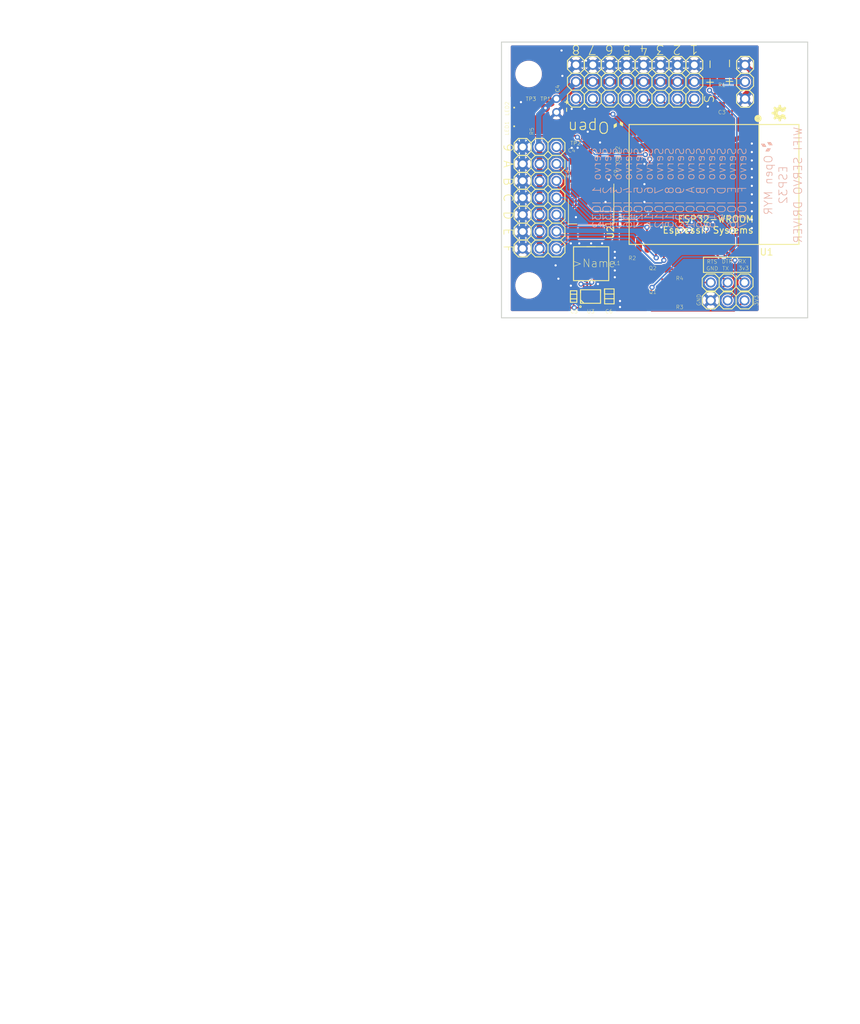
<source format=kicad_pcb>
(kicad_pcb (version 20171130) (host pcbnew "(5.0.0)")
  (layers (0 Top signal) (31 Bottom signal) (34 B.Paste user) (35 F.Paste user) (36 B.SilkS user) (37 F.SilkS user) (38 B.Mask user) (39 F.Mask user) (44 Edge.Cuts user))
  (net 0 "")
  (net 1 GND)
  (net 2 +3V3)
  (net 3 /RESET)
  (net 4 /GPIO0)
  (net 5 /TXD)
  (net 6 /RXD)
  (net 7 /GPIO23)
  (net 8 /GPIO22)
  (net 9 /GPIO21)
  (net 10 /GPIO19)
  (net 11 "Net-(LED1-PadC)")
  (net 12 +6V)
  (net 13 /GPIO18)
  (net 14 /GPIO5)
  (net 15 /GPIO17)
  (net 16 /GPIO16)
  (net 17 /GPIO4)
  (net 18 /GPIO2)
  (net 19 /GPIO15)
  (net 20 /GPIO12)
  (net 21 /GPIO14)
  (net 22 /GPIO27)
  (net 23 /GPIO26)
  (net 24 /GPIO25)
  (net 25 /GPIO33)
  (net 26 /GPIO32)
  (net 27 /ADC)
  (net 28 /GPIO13)
  (net 29 /RTS)
  (net 30 "Net-(Q2-Pad1)")
  (net 31 /DTR)
  (net 32 "Net-(Q1-Pad1)")
  (net 33 "Net-(L1-Pad1)")
  (net 34 "Net-(U1-Pad32)")
  (net 35 "Net-(U1-Pad22)")
  (net 36 "Net-(U1-Pad21)")
  (net 37 "Net-(U1-Pad20)")
  (net 38 "Net-(U1-Pad19)")
  (net 39 "Net-(U1-Pad18)")
  (net 40 "Net-(U1-Pad17)")
  (net 41 "Net-(U1-Pad7)")
  (net 42 "Net-(U1-Pad6)")
  (net 43 "Net-(U1-Pad5)")
  (module ESP32.24:SDR0503 (layer Top) (at 105.664 78.994)
    (fp_text reference L1 (at 3.336 0.256 180) (layer F.SilkS) (effects (font (size 0.57912 0.57912) (thickness 0.046329)) (justify left bottom)))
    (fp_text value SDR0503-100ML hide)
    (fp_text user >Name (at -2.8702 0.635) (layer F.SilkS) (effects (font (size 1.2065 1.2065) (thickness 0.0762)) (justify left bottom)))
    (pad 2 smd rect (at 1.8542 0) (size 1.8034 5.0038) (layers Top F.Paste F.Mask) (net 2 +3V3))
    (pad 1 smd rect (at -1.8542 0) (size 1.8034 5.0038) (layers Top F.Paste F.Mask) (net 33 "Net-(L1-Pad1)"))
  )
  (module ESP32-footprints-Lib:ESP32-WROOM (layer Top) (at 124.116 67.102 90)
    (fp_text reference U1 (at -10.148 7.884 180) (layer F.SilkS))
    (fp_text value ESP32-WROOM)
    (fp_text user ESP32-WROOM (at -5.207 0.254 180) (layer F.SilkS))
    (fp_text user "Espressif Systems" (at -6.858 -0.889 180) (layer F.SilkS))
    (pad 39 smd rect (at 0.3 -2.45 90) (size 6 6) (layers Top F.Paste F.Mask) (net 1 GND))
    (pad 1 smd oval (at 9 5.25 90) (size 2.5 0.9) (layers Top F.Paste F.Mask) (net 1 GND))
    (pad 2 smd oval (at 9 3.98 90) (size 2.5 0.9) (layers Top F.Paste F.Mask) (net 2 +3V3))
    (pad 3 smd oval (at 9 2.71 90) (size 2.5 0.9) (layers Top F.Paste F.Mask) (net 3 /RESET))
    (pad 4 smd oval (at 9 1.44 90) (size 2.5 0.9) (layers Top F.Paste F.Mask) (net 27 /ADC))
    (pad 5 smd oval (at 9 0.17 90) (size 2.5 0.9) (layers Top F.Paste F.Mask) (net 43 "Net-(U1-Pad5)"))
    (pad 6 smd oval (at 9 -1.1 90) (size 2.5 0.9) (layers Top F.Paste F.Mask) (net 42 "Net-(U1-Pad6)"))
    (pad 7 smd oval (at 9 -2.37 90) (size 2.5 0.9) (layers Top F.Paste F.Mask) (net 41 "Net-(U1-Pad7)"))
    (pad 8 smd oval (at 9 -3.64 90) (size 2.5 0.9) (layers Top F.Paste F.Mask) (net 26 /GPIO32))
    (pad 9 smd oval (at 9 -4.91 90) (size 2.5 0.9) (layers Top F.Paste F.Mask) (net 25 /GPIO33))
    (pad 10 smd oval (at 9 -6.18 90) (size 2.5 0.9) (layers Top F.Paste F.Mask) (net 24 /GPIO25))
    (pad 11 smd oval (at 9 -7.45 90) (size 2.5 0.9) (layers Top F.Paste F.Mask) (net 23 /GPIO26))
    (pad 12 smd oval (at 9 -8.72 90) (size 2.5 0.9) (layers Top F.Paste F.Mask) (net 22 /GPIO27))
    (pad 13 smd oval (at 9 -9.99 90) (size 2.5 0.9) (layers Top F.Paste F.Mask) (net 21 /GPIO14))
    (pad 14 smd oval (at 9 -11.26 90) (size 2.5 0.9) (layers Top F.Paste F.Mask) (net 20 /GPIO12))
    (pad 15 smd oval (at 5.715 -12.75 90) (size 0.9 2.5) (layers Top F.Paste F.Mask) (net 1 GND))
    (pad 16 smd oval (at 4.445 -12.75 90) (size 0.9 2.5) (layers Top F.Paste F.Mask) (net 28 /GPIO13))
    (pad 17 smd oval (at 3.175 -12.75 90) (size 0.9 2.5) (layers Top F.Paste F.Mask) (net 40 "Net-(U1-Pad17)"))
    (pad 18 smd oval (at 1.905 -12.75 90) (size 0.9 2.5) (layers Top F.Paste F.Mask) (net 39 "Net-(U1-Pad18)"))
    (pad 19 smd oval (at 0.635 -12.75 90) (size 0.9 2.5) (layers Top F.Paste F.Mask) (net 38 "Net-(U1-Pad19)"))
    (pad 20 smd oval (at -0.635 -12.75 90) (size 0.9 2.5) (layers Top F.Paste F.Mask) (net 37 "Net-(U1-Pad20)"))
    (pad 21 smd oval (at -1.905 -12.75 90) (size 0.9 2.5) (layers Top F.Paste F.Mask) (net 36 "Net-(U1-Pad21)"))
    (pad 22 smd oval (at -3.175 -12.75 90) (size 0.9 2.5) (layers Top F.Paste F.Mask) (net 35 "Net-(U1-Pad22)"))
    (pad 23 smd oval (at -4.445 -12.75 90) (size 0.9 2.5) (layers Top F.Paste F.Mask) (net 19 /GPIO15))
    (pad 24 smd oval (at -5.715 -12.75 90) (size 0.9 2.5) (layers Top F.Paste F.Mask) (net 18 /GPIO2))
    (pad 25 smd oval (at -9 -11.26 90) (size 2.5 0.9) (layers Top F.Paste F.Mask) (net 4 /GPIO0))
    (pad 26 smd oval (at -9 -9.99 90) (size 2.5 0.9) (layers Top F.Paste F.Mask) (net 17 /GPIO4))
    (pad 27 smd oval (at -9 -8.72 90) (size 2.5 0.9) (layers Top F.Paste F.Mask) (net 16 /GPIO16))
    (pad 28 smd oval (at -9 -7.45 90) (size 2.5 0.9) (layers Top F.Paste F.Mask) (net 15 /GPIO17))
    (pad 29 smd oval (at -9 -6.18 90) (size 2.5 0.9) (layers Top F.Paste F.Mask) (net 14 /GPIO5))
    (pad 30 smd oval (at -9 -4.91 90) (size 2.5 0.9) (layers Top F.Paste F.Mask) (net 13 /GPIO18))
    (pad 31 smd oval (at -9 -3.64 90) (size 2.5 0.9) (layers Top F.Paste F.Mask) (net 10 /GPIO19))
    (pad 32 smd oval (at -9 -2.37 90) (size 2.5 0.9) (layers Top F.Paste F.Mask) (net 34 "Net-(U1-Pad32)"))
    (pad 33 smd oval (at -9 -1.1 90) (size 2.5 0.9) (layers Top F.Paste F.Mask) (net 9 /GPIO21))
    (pad 34 smd oval (at -9 0.17 90) (size 2.5 0.9) (layers Top F.Paste F.Mask) (net 6 /RXD))
    (pad 35 smd oval (at -9 1.44 90) (size 2.5 0.9) (layers Top F.Paste F.Mask) (net 5 /TXD))
    (pad 36 smd oval (at -9 2.71 90) (size 2.5 0.9) (layers Top F.Paste F.Mask) (net 8 /GPIO22))
    (pad 37 smd oval (at -9 3.98 90) (size 2.5 0.9) (layers Top F.Paste F.Mask) (net 7 /GPIO23))
    (pad 38 smd oval (at -9 5.25 90) (size 2.5 0.9) (layers Top F.Paste F.Mask) (net 1 GND))
  )
  (module Mounting_Holes:MountingHole_3.7mm (layer Top) (at 134.38 82.26)
    (fp_text reference H2 hide)
    (fp_text value MOUNT-HOLE3.6)
    (pad 1 np_thru_hole circle (at 0 0) (size 3.7 3.7) (drill 3.7) (layers *.Cu *.Mask))
  )
  (module Mounting_Holes:MountingHole_3.7mm (layer Top) (at 96.28 50.51)
    (fp_text reference H3 hide)
    (fp_text value MOUNT-HOLE3.6)
    (pad 1 np_thru_hole circle (at 0 0) (size 3.7 3.7) (drill 3.7) (layers *.Cu *.Mask))
  )
  (module Mounting_Holes:MountingHole_3.7mm (layer Top) (at 96.28 82.26)
    (fp_text reference H1 hide)
    (fp_text value MOUNT-HOLE3.6)
    (pad 1 np_thru_hole circle (at 0 0) (size 3.7 3.7) (drill 3.7) (layers *.Cu *.Mask))
  )
  (module Mounting_Holes:MountingHole_3.7mm (layer Top) (at 134.38 50.51)
    (fp_text reference H4 hide)
    (fp_text value MOUNT-HOLE3.6)
    (pad 1 np_thru_hole circle (at 0 0) (size 3.7 3.7) (drill 3.7) (layers *.Cu *.Mask))
  )
  (module ESP32.24:FIDUCIAL_1MM (layer Top) (at 100.5 84.75)
    (fp_text reference U$10 hide)
    (fp_text value FIDUCIAL hide)
    (pad 1 smd roundrect (at 0 0) (size 1 1) (layers Top F.Mask) (roundrect_rratio 0.5))
  )
  (module ESP32.24:FIDUCIAL_1MM (layer Top) (at 125 47.5)
    (fp_text reference U$6 hide)
    (fp_text value FIDUCIAL hide)
    (pad 1 smd roundrect (at 0 0) (size 1 1) (layers Top F.Mask) (roundrect_rratio 0.5))
  )
  (module ESP32.24:FIDUCIAL_1MM (layer Top) (at 100.75 48.25)
    (fp_text reference U$1 hide)
    (fp_text value FIDUCIAL hide)
    (pad 1 smd roundrect (at 0 0) (size 1 1) (layers Top F.Mask) (roundrect_rratio 0.5))
  )
  (module ESP32.24:R0603 (layer Top) (at 119.888 84.328 180)
    (fp_text reference R3 (at 1.524 -1.524) (layer F.SilkS) (effects (font (size 0.57912 0.57912) (thickness 0.046329)) (justify left bottom)))
    (fp_text value 10k hide)
    (pad 2 smd rect (at 0.85 0 180) (size 1 1.1) (layers Top F.Paste F.Mask) (net 32 "Net-(Q1-Pad1)"))
    (pad 1 smd rect (at -0.85 0 180) (size 1 1.1) (layers Top F.Paste F.Mask) (net 31 /DTR))
  )
  (module ESP32.24:SOT23 (layer Top) (at 115.824 80.772 90)
    (fp_text reference Q2 (at 0.762 -1.524 180) (layer F.SilkS) (effects (font (size 0.57912 0.57912) (thickness 0.046329)) (justify left bottom)))
    (fp_text value MMBT3904)
    (pad 1 smd rect (at -0.95 1.1 90) (size 1 1.4) (layers Top F.Paste F.Mask) (net 30 "Net-(Q2-Pad1)"))
    (pad 2 smd rect (at 0.95 1.1 90) (size 1 1.4) (layers Top F.Paste F.Mask) (net 31 /DTR))
    (pad 3 smd rect (at 0 -1.1 90) (size 1 1.4) (layers Top F.Paste F.Mask) (net 4 /GPIO0))
  )
  (module ESP32.24:SOT23 (layer Top) (at 115.824 84.328 90)
    (fp_text reference Q1 (at 0.762 -1.524 180) (layer F.SilkS) (effects (font (size 0.57912 0.57912) (thickness 0.046329)) (justify left bottom)))
    (fp_text value MMBT3904)
    (pad 1 smd rect (at -0.95 1.1 90) (size 1 1.4) (layers Top F.Paste F.Mask) (net 32 "Net-(Q1-Pad1)"))
    (pad 2 smd rect (at 0.95 1.1 90) (size 1 1.4) (layers Top F.Paste F.Mask) (net 29 /RTS))
    (pad 3 smd rect (at 0 -1.1 90) (size 1 1.4) (layers Top F.Paste F.Mask) (net 3 /RESET))
  )
  (module ESP32.24:R0603 (layer Top) (at 119.888 82.296 180)
    (fp_text reference R4 (at 1.524 0.762) (layer F.SilkS) (effects (font (size 0.57912 0.57912) (thickness 0.046329)) (justify left bottom)))
    (fp_text value 10k hide)
    (pad 2 smd rect (at 0.85 0 180) (size 1 1.1) (layers Top F.Paste F.Mask) (net 30 "Net-(Q2-Pad1)"))
    (pad 1 smd rect (at -0.85 0 180) (size 1 1.1) (layers Top F.Paste F.Mask) (net 29 /RTS))
  )
  (module ESP32.24:0603 (layer Top) (at 103.0351 83.9216 270)
    (fp_text reference C5 (at 2.5784 0.5351) (layer F.SilkS) (effects (font (size 0.57912 0.57912) (thickness 0.046329)) (justify left bottom)))
    (fp_text value GRM188R61C225KE15D hide)
    (pad 2 smd rect (at 0.6985 0 270) (size 0.6604 0.9652) (layers Top F.Paste F.Mask) (net 12 +6V))
    (pad 1 smd rect (at -0.6985 0 270) (size 0.6604 0.9652) (layers Top F.Paste F.Mask) (net 1 GND))
  )
  (module ESP32.24:0805 (layer Top) (at 108.4 83.9 90)
    (fp_text reference C6 (at -2.6 -0.65) (layer F.SilkS) (effects (font (size 0.57912 0.57912) (thickness 0.046329)) (justify left bottom)))
    (fp_text value GRM21BR60J226ME39L hide)
    (pad 2 smd rect (at 0.9017 0 90) (size 1.1176 1.4478) (layers Top F.Paste F.Mask) (net 2 +3V3))
    (pad 1 smd rect (at -0.9017 0 90) (size 1.1176 1.4478) (layers Top F.Paste F.Mask) (net 1 GND))
  )
  (module ESP32.24:1X03 (layer Top) (at 126.161799 84.505799 180)
    (fp_text reference J1 hide)
    (fp_text value Conn_01x03_Male)
    (pad 3 thru_hole circle (at 2.54 0 270) (size 1.524 1.524) (drill 1.016) (layers *.Cu *.Mask) (net 1 GND))
    (pad 2 thru_hole circle (at 0 0 270) (size 1.524 1.524) (drill 1.016) (layers *.Cu *.Mask) (net 5 /TXD))
    (pad 1 thru_hole circle (at -2.54 0 270) (size 1.524 1.524) (drill 1.016) (layers *.Cu *.Mask) (net 2 +3V3))
  )
  (module ESP32.24:1X03 (layer Top) (at 113.538 51.689 90)
    (fp_text reference J7 hide)
    (fp_text value Conn_01x03_Male)
    (pad 3 thru_hole circle (at 2.54 0 180) (size 1.524 1.524) (drill 1.016) (layers *.Cu *.Mask) (net 1 GND))
    (pad 2 thru_hole circle (at 0 0 180) (size 1.524 1.524) (drill 1.016) (layers *.Cu *.Mask) (net 12 +6V))
    (pad 1 thru_hole circle (at -2.54 0 180) (size 1.524 1.524) (drill 1.016) (layers *.Cu *.Mask) (net 23 /GPIO26))
  )
  (module ESP32.24:1X03 (layer Top) (at 110.998 51.689 90)
    (fp_text reference J8 hide)
    (fp_text value Conn_01x03_Male)
    (pad 3 thru_hole circle (at 2.54 0 180) (size 1.524 1.524) (drill 1.016) (layers *.Cu *.Mask) (net 1 GND))
    (pad 2 thru_hole circle (at 0 0 180) (size 1.524 1.524) (drill 1.016) (layers *.Cu *.Mask) (net 12 +6V))
    (pad 1 thru_hole circle (at -2.54 0 180) (size 1.524 1.524) (drill 1.016) (layers *.Cu *.Mask) (net 22 /GPIO27))
  )
  (module ESP32.24:1X03 (layer Top) (at 108.460075 51.675475 90)
    (fp_text reference J9 hide)
    (fp_text value Conn_01x03_Male)
    (pad 3 thru_hole circle (at 2.54 0 180) (size 1.524 1.524) (drill 1.016) (layers *.Cu *.Mask) (net 1 GND))
    (pad 2 thru_hole circle (at 0 0 180) (size 1.524 1.524) (drill 1.016) (layers *.Cu *.Mask) (net 12 +6V))
    (pad 1 thru_hole circle (at -2.54 0 180) (size 1.524 1.524) (drill 1.016) (layers *.Cu *.Mask) (net 21 /GPIO14))
  )
  (module ESP32.24:1X03 (layer Top) (at 97.917 76.708 180)
    (fp_text reference J18 hide)
    (fp_text value Conn_01x03_Male)
    (pad 3 thru_hole circle (at 2.54 0 270) (size 1.524 1.524) (drill 1.016) (layers *.Cu *.Mask) (net 1 GND))
    (pad 2 thru_hole circle (at 0 0 270) (size 1.524 1.524) (drill 1.016) (layers *.Cu *.Mask) (net 12 +6V))
    (pad 1 thru_hole circle (at -2.54 0 270) (size 1.524 1.524) (drill 1.016) (layers *.Cu *.Mask) (net 15 /GPIO17))
  )
  (module ESP32.24:1X03 (layer Top) (at 97.917 74.168 180)
    (fp_text reference J17 hide)
    (fp_text value Conn_01x03_Male)
    (pad 3 thru_hole circle (at 2.54 0 270) (size 1.524 1.524) (drill 1.016) (layers *.Cu *.Mask) (net 1 GND))
    (pad 2 thru_hole circle (at 0 0 270) (size 1.524 1.524) (drill 1.016) (layers *.Cu *.Mask) (net 12 +6V))
    (pad 1 thru_hole circle (at -2.54 0 270) (size 1.524 1.524) (drill 1.016) (layers *.Cu *.Mask) (net 16 /GPIO16))
  )
  (module ESP32.24:1X03 (layer Top) (at 97.917 71.628 180)
    (fp_text reference J16 hide)
    (fp_text value Conn_01x03_Male)
    (pad 3 thru_hole circle (at 2.54 0 270) (size 1.524 1.524) (drill 1.016) (layers *.Cu *.Mask) (net 1 GND))
    (pad 2 thru_hole circle (at 0 0 270) (size 1.524 1.524) (drill 1.016) (layers *.Cu *.Mask) (net 12 +6V))
    (pad 1 thru_hole circle (at -2.54 0 270) (size 1.524 1.524) (drill 1.016) (layers *.Cu *.Mask) (net 17 /GPIO4))
  )
  (module ESP32.24:1X03 (layer Top) (at 116.078 51.689 90)
    (fp_text reference J6 hide)
    (fp_text value Conn_01x03_Male)
    (pad 3 thru_hole circle (at 2.54 0 180) (size 1.524 1.524) (drill 1.016) (layers *.Cu *.Mask) (net 1 GND))
    (pad 2 thru_hole circle (at 0 0 180) (size 1.524 1.524) (drill 1.016) (layers *.Cu *.Mask) (net 12 +6V))
    (pad 1 thru_hole circle (at -2.54 0 180) (size 1.524 1.524) (drill 1.016) (layers *.Cu *.Mask) (net 24 /GPIO25))
  )
  (module ESP32.24:1X03 (layer Top) (at 97.917 64.008 180)
    (fp_text reference J13 hide)
    (fp_text value Conn_01x03_Male)
    (pad 3 thru_hole circle (at 2.54 0 270) (size 1.524 1.524) (drill 1.016) (layers *.Cu *.Mask) (net 1 GND))
    (pad 2 thru_hole circle (at 0 0 270) (size 1.524 1.524) (drill 1.016) (layers *.Cu *.Mask) (net 12 +6V))
    (pad 1 thru_hole circle (at -2.54 0 270) (size 1.524 1.524) (drill 1.016) (layers *.Cu *.Mask) (net 9 /GPIO21))
  )
  (module ESP32.24:1X03 (layer Top) (at 97.917 61.468 180)
    (fp_text reference J12 hide)
    (fp_text value Conn_01x03_Male)
    (pad 3 thru_hole circle (at 2.54 0 270) (size 1.524 1.524) (drill 1.016) (layers *.Cu *.Mask) (net 1 GND))
    (pad 2 thru_hole circle (at 0 0 270) (size 1.524 1.524) (drill 1.016) (layers *.Cu *.Mask) (net 12 +6V))
    (pad 1 thru_hole circle (at -2.54 0 270) (size 1.524 1.524) (drill 1.016) (layers *.Cu *.Mask) (net 8 /GPIO22))
  )
  (module ESP32.24:1X03 (layer Top) (at 126.161799 81.815799)
    (fp_text reference J2 hide)
    (fp_text value Conn_01x03_Male)
    (pad 3 thru_hole circle (at 2.54 0 90) (size 1.524 1.524) (drill 1.016) (layers *.Cu *.Mask) (net 6 /RXD))
    (pad 2 thru_hole circle (at 0 0 90) (size 1.524 1.524) (drill 1.016) (layers *.Cu *.Mask) (net 31 /DTR))
    (pad 1 thru_hole circle (at -2.54 0 90) (size 1.524 1.524) (drill 1.016) (layers *.Cu *.Mask) (net 29 /RTS))
  )
  (module ESP32.24:1X03 (layer Top) (at 103.380075 51.675475 90)
    (fp_text reference J11 hide)
    (fp_text value Conn_01x03_Male)
    (pad 3 thru_hole circle (at 2.54 0 180) (size 1.524 1.524) (drill 1.016) (layers *.Cu *.Mask) (net 1 GND))
    (pad 2 thru_hole circle (at 0 0 180) (size 1.524 1.524) (drill 1.016) (layers *.Cu *.Mask) (net 12 +6V))
    (pad 1 thru_hole circle (at -2.54 0 180) (size 1.524 1.524) (drill 1.016) (layers *.Cu *.Mask) (net 19 /GPIO15))
  )
  (module ESP32.24:1X03 (layer Top) (at 97.917 66.548 180)
    (fp_text reference J14 hide)
    (fp_text value Conn_01x03_Male)
    (pad 3 thru_hole circle (at 2.54 0 270) (size 1.524 1.524) (drill 1.016) (layers *.Cu *.Mask) (net 1 GND))
    (pad 2 thru_hole circle (at 0 0 270) (size 1.524 1.524) (drill 1.016) (layers *.Cu *.Mask) (net 12 +6V))
    (pad 1 thru_hole circle (at -2.54 0 270) (size 1.524 1.524) (drill 1.016) (layers *.Cu *.Mask) (net 10 /GPIO19))
  )
  (module ESP32.24:1X03 (layer Top) (at 118.618 51.689 90)
    (fp_text reference J5 hide)
    (fp_text value Conn_01x03_Male)
    (pad 3 thru_hole circle (at 2.54 0 180) (size 1.524 1.524) (drill 1.016) (layers *.Cu *.Mask) (net 1 GND))
    (pad 2 thru_hole circle (at 0 0 180) (size 1.524 1.524) (drill 1.016) (layers *.Cu *.Mask) (net 12 +6V))
    (pad 1 thru_hole circle (at -2.54 0 180) (size 1.524 1.524) (drill 1.016) (layers *.Cu *.Mask) (net 25 /GPIO33))
  )
  (module ESP32.24:1X03 (layer Top) (at 105.920075 51.675475 90)
    (fp_text reference J10 hide)
    (fp_text value Conn_01x03_Male)
    (pad 3 thru_hole circle (at 2.54 0 180) (size 1.524 1.524) (drill 1.016) (layers *.Cu *.Mask) (net 1 GND))
    (pad 2 thru_hole circle (at 0 0 180) (size 1.524 1.524) (drill 1.016) (layers *.Cu *.Mask) (net 12 +6V))
    (pad 1 thru_hole circle (at -2.54 0 180) (size 1.524 1.524) (drill 1.016) (layers *.Cu *.Mask) (net 20 /GPIO12))
  )
  (module ESP32.24:1X03 (layer Top) (at 128.778 51.689 90)
    (fp_text reference J3 hide)
    (fp_text value Conn_01x03_Male)
    (pad 3 thru_hole circle (at 2.54 0 180) (size 1.524 1.524) (drill 1.016) (layers *.Cu *.Mask) (net 1 GND))
    (pad 2 thru_hole circle (at 0 0 180) (size 1.524 1.524) (drill 1.016) (layers *.Cu *.Mask) (net 12 +6V))
    (pad 1 thru_hole circle (at -2.54 0 180) (size 1.524 1.524) (drill 1.016) (layers *.Cu *.Mask) (net 1 GND))
  )
  (module ESP32.24:1X03 (layer Top) (at 121.158 51.689 90)
    (fp_text reference J4 hide)
    (fp_text value Conn_01x03_Male)
    (pad 3 thru_hole circle (at 2.54 0 180) (size 1.524 1.524) (drill 1.016) (layers *.Cu *.Mask) (net 1 GND))
    (pad 2 thru_hole circle (at 0 0 180) (size 1.524 1.524) (drill 1.016) (layers *.Cu *.Mask) (net 12 +6V))
    (pad 1 thru_hole circle (at -2.54 0 180) (size 1.524 1.524) (drill 1.016) (layers *.Cu *.Mask) (net 26 /GPIO32))
  )
  (module ESP32.24:1X03 (layer Top) (at 97.917 69.088 180)
    (fp_text reference J15 hide)
    (fp_text value Conn_01x03_Male)
    (pad 3 thru_hole circle (at 2.54 0 270) (size 1.524 1.524) (drill 1.016) (layers *.Cu *.Mask) (net 1 GND))
    (pad 2 thru_hole circle (at 0 0 270) (size 1.524 1.524) (drill 1.016) (layers *.Cu *.Mask) (net 12 +6V))
    (pad 1 thru_hole circle (at -2.54 0 270) (size 1.524 1.524) (drill 1.016) (layers *.Cu *.Mask) (net 13 /GPIO18))
  )
  (module ESP32.24:B1,27 (layer Top) (at 96.774 55.626)
    (fp_text reference TP3 (at -0.974 -1.026) (layer F.SilkS) (effects (font (size 0.57912 0.57912) (thickness 0.057912)) (justify left bottom)))
    (fp_text value PTR1B1,27)
    (pad TP smd roundrect (at 0 0) (size 1.27 1.27) (layers Top F.Mask) (roundrect_rratio 0.5) (net 1 GND))
  )
  (module ESP32.24:B1,27 (layer Top) (at 98.806 55.626)
    (fp_text reference TP1 (at -0.806 -1.026) (layer F.SilkS) (effects (font (size 0.57912 0.57912) (thickness 0.057912)) (justify left bottom)))
    (fp_text value PTR1B1,27)
    (pad TP smd roundrect (at 0 0) (size 1.27 1.27) (layers Top F.Mask) (roundrect_rratio 0.5) (net 12 +6V))
  )
  (module ESP32.24:B1,27 (layer Top) (at 105.029 61.214)
    (fp_text reference TP2 (at -2.529 0.036) (layer F.SilkS) (effects (font (size 0.57912 0.57912) (thickness 0.057912)) (justify left bottom)))
    (fp_text value PTR1B1,27)
    (pad TP smd roundrect (at 0 0) (size 1.27 1.27) (layers Top F.Mask) (roundrect_rratio 0.5) (net 2 +3V3))
  )
  (module ESP32.24:C0603K (layer Top) (at 107.442 65.405)
    (fp_text reference C9 (at 2.308 0.595 270) (layer F.SilkS) (effects (font (size 0.57912 0.57912) (thickness 0.046329)) (justify left bottom)))
    (fp_text value 10uF hide)
    (pad 2 smd rect (at 0.875 0) (size 1.05 1.08) (layers Top F.Paste F.Mask) (net 1 GND))
    (pad 1 smd rect (at -0.875 0) (size 1.05 1.08) (layers Top F.Paste F.Mask) (net 2 +3V3))
  )
  (module ESP32.24:C0603K (layer Top) (at 104.013 65.405 180)
    (fp_text reference C8 (at 1.513 -0.65 90) (layer F.SilkS) (effects (font (size 0.57912 0.57912) (thickness 0.046329)) (justify left bottom)))
    (fp_text value 10uF hide)
    (pad 2 smd rect (at 0.875 0 180) (size 1.05 1.08) (layers Top F.Paste F.Mask) (net 1 GND))
    (pad 1 smd rect (at -0.875 0 180) (size 1.05 1.08) (layers Top F.Paste F.Mask) (net 12 +6V))
  )
  (module ESP32.24:C0603K (layer Top) (at 125.222 54.356 270)
    (fp_text reference C3 (at 2.244 0.522 180) (layer F.SilkS) (effects (font (size 0.57912 0.57912) (thickness 0.046329)) (justify left bottom)))
    (fp_text value 0.1uF hide)
    (pad 2 smd rect (at 0.875 0 270) (size 1.05 1.08) (layers Top F.Paste F.Mask) (net 1 GND))
    (pad 1 smd rect (at -0.875 0 270) (size 1.05 1.08) (layers Top F.Paste F.Mask) (net 3 /RESET))
  )
  (module ESP32.24:C0603K (layer Top) (at 107.823 63.5 180)
    (fp_text reference C1 (at -2.177 -0.5 90) (layer F.SilkS) (effects (font (size 0.57912 0.57912) (thickness 0.046329)) (justify left bottom)))
    (fp_text value 0.1uF hide)
    (pad 2 smd rect (at 0.875 0 180) (size 1.05 1.08) (layers Top F.Paste F.Mask) (net 1 GND))
    (pad 1 smd rect (at -0.875 0 180) (size 1.05 1.08) (layers Top F.Paste F.Mask) (net 2 +3V3))
  )
  (module ESP32.24:C0603K (layer Top) (at 107.823 61.849 180)
    (fp_text reference C2 (at -2.177 -0.651 270) (layer F.SilkS) (effects (font (size 0.57912 0.57912) (thickness 0.046329)) (justify left bottom)))
    (fp_text value 10uF hide)
    (pad 2 smd rect (at 0.875 0 180) (size 1.05 1.08) (layers Top F.Paste F.Mask) (net 1 GND))
    (pad 1 smd rect (at -0.875 0 180) (size 1.05 1.08) (layers Top F.Paste F.Mask) (net 2 +3V3))
  )
  (module ESP32.24:C0805 (layer Top) (at 104.013 63.373 180)
    (fp_text reference C7 hide)
    (fp_text value DNP hide)
    (pad 2 smd rect (at 0.95 0 180) (size 1.3 1.5) (layers Top F.Paste F.Mask) (net 1 GND))
    (pad 1 smd rect (at -0.95 0 180) (size 1.3 1.5) (layers Top F.Paste F.Mask) (net 12 +6V))
  )
  (module ESP32.24:CHIPLED_0603 (layer Top) (at 94.107 58.493)
    (fp_text reference LED1 (at -0.735 1.27 90) (layer F.SilkS) (effects (font (size 0.57912 0.57912) (thickness 0.046329)) (justify left bottom)))
    (fp_text value DNP hide)
    (pad A smd rect (at 0 0.75) (size 0.8 0.8) (layers Top F.Paste F.Mask) (net 2 +3V3))
    (pad C smd rect (at 0 -0.75) (size 0.8 0.8) (layers Top F.Paste F.Mask) (net 11 "Net-(LED1-PadC)"))
  )
  (module ESP32.24:CHIPLED_0603 (layer Top) (at 94.107 55.687)
    (fp_text reference LED2 (at -0.707 1.113 90) (layer F.SilkS) (effects (font (size 0.57912 0.57912) (thickness 0.046329)) (justify left bottom)))
    (fp_text value DNP hide)
    (pad A smd rect (at 0 0.75) (size 0.8 0.8) (layers Top F.Paste F.Mask) (net 11 "Net-(LED1-PadC)"))
    (pad C smd rect (at 0 -0.75) (size 0.8 0.8) (layers Top F.Paste F.Mask) (net 1 GND))
  )
  (module ESP32.24:E2-4 (layer Top) (at 100.457 55.245 270)
    (fp_text reference C4 (at -3.145 0.157 90) (layer F.SilkS) (effects (font (size 0.57912 0.57912) (thickness 0.057912)) (justify right top)))
    (fp_text value DNP hide)
    (pad - thru_hole circle (at 1.016 0 270) (size 1.27 1.27) (drill 0.8128) (layers *.Cu *.Mask) (net 1 GND))
    (pad + thru_hole circle (at -1.016 0 270) (size 1.27 1.27) (drill 0.8128) (layers *.Cu *.Mask) (net 12 +6V))
  )
  (module ESP32.24:FIDUCIAL_1MM (layer Top) (at 111.5 85)
    (fp_text reference U$11 hide)
    (fp_text value FIDUCIAL hide)
    (pad 1 smd roundrect (at 0 0) (size 1 1) (layers Top F.Mask) (roundrect_rratio 0.5))
  )
  (module ESP32.24:OSHW-LOGO-MINI (layer Top) (at 133.985 56.388 90)
    (fp_text reference LOGO1 hide)
    (fp_text value OSHW-LOGOMINI hide)
  )
  (module ESP32.24:R-PWSON-N10 (layer Top) (at 105.5751 83.9216 90)
    (fp_text reference U3 (at -2.5784 -0.5751) (layer F.SilkS) (effects (font (size 0.57912 0.57912) (thickness 0.046329)) (justify left bottom)))
    (fp_text value TPS62177DQCR hide)
    (pad 11 smd rect (at 0 0 90) (size 0.8382 2.3876) (layers Top F.Mask) (net 1 GND))
    (pad 10 smd rect (at 1.0033 -1 270) (size 0.6096 0.254) (layers Top F.Paste F.Mask) (net 2 +3V3))
    (pad 9 smd rect (at 1.0033 -0.5 270) (size 0.6096 0.254) (layers Top F.Paste F.Mask) (net 33 "Net-(L1-Pad1)"))
    (pad 8 smd rect (at 1.0033 0 270) (size 0.6096 0.254) (layers Top F.Paste F.Mask) (net 2 +3V3))
    (pad 7 smd rect (at 1.0033 0.5 270) (size 0.6096 0.254) (layers Top F.Paste F.Mask) (net 2 +3V3))
    (pad 6 smd rect (at 1.0033 1 270) (size 0.6096 0.254) (layers Top F.Paste F.Mask) (net 1 GND))
    (pad 5 smd rect (at -1.0033 1 90) (size 0.6096 0.254) (layers Top F.Paste F.Mask) (net 1 GND))
    (pad 4 smd rect (at -1.0033 0.5 90) (size 0.6096 0.254) (layers Top F.Paste F.Mask) (net 1 GND))
    (pad 3 smd rect (at -1.0033 0 90) (size 0.6096 0.254) (layers Top F.Paste F.Mask) (net 12 +6V))
    (pad 2 smd rect (at -1.0033 -0.5 90) (size 0.6096 0.254) (layers Top F.Paste F.Mask) (net 12 +6V))
    (pad 1 smd rect (at -1.0033 -1 90) (size 0.6096 0.254) (layers Top F.Paste F.Mask) (net 1 GND))
  )
  (module ESP32.24:R0603 (layer Top) (at 95.631 58.381 90)
    (fp_text reference R5 (at -1.319 1.469 90) (layer F.SilkS) (effects (font (size 0.57912 0.57912) (thickness 0.046329)) (justify left bottom)))
    (fp_text value DNP hide)
    (pad 2 smd rect (at 0.85 0 90) (size 1 1.1) (layers Top F.Paste F.Mask) (net 11 "Net-(LED1-PadC)"))
    (pad 1 smd rect (at -0.85 0 90) (size 1 1.1) (layers Top F.Paste F.Mask) (net 28 /GPIO13))
  )
  (module ESP32.24:R0603 (layer Top) (at 111.76 80.264 270)
    (fp_text reference R2 (at -1.764 0.51 180) (layer F.SilkS) (effects (font (size 0.57912 0.57912) (thickness 0.046329)) (justify left bottom)))
    (fp_text value 10k hide)
    (pad 2 smd rect (at 0.85 0 270) (size 1 1.1) (layers Top F.Paste F.Mask) (net 2 +3V3))
    (pad 1 smd rect (at -0.85 0 270) (size 1 1.1) (layers Top F.Paste F.Mask) (net 4 /GPIO0))
  )
  (module ESP32.24:R0603 (layer Top) (at 125.222 50.292 90)
    (fp_text reference R1 (at -2.208 -0.522) (layer F.SilkS) (effects (font (size 0.57912 0.57912) (thickness 0.046329)) (justify left bottom)))
    (fp_text value 10k hide)
    (pad 2 smd rect (at 0.85 0 90) (size 1 1.1) (layers Top F.Paste F.Mask) (net 2 +3V3))
    (pad 1 smd rect (at -0.85 0 90) (size 1 1.1) (layers Top F.Paste F.Mask) (net 3 /RESET))
  )
  (module TO_SOT_Packages_SMD:SOT-223 (layer Top) (at 105.664 71.12 270)
    (fp_text reference U2 (at 3.175 -2.921 270) (layer F.SilkS))
    (fp_text value AZ1117-3.3)
    (pad 1 smd rect (at -3.15 -2.3 270) (size 2 1.5) (layers Top F.Paste F.Mask) (net 1 GND))
    (pad 3 smd rect (at -3.15 2.3 270) (size 2 1.5) (layers Top F.Paste F.Mask) (net 12 +6V))
    (pad 2 smd rect (at -3.15 0 270) (size 2 1.5) (layers Top F.Paste F.Mask) (net 2 +3V3))
    (pad 4 smd rect (at 3.15 0 270) (size 2 3.8) (layers Top F.Paste F.Mask))
  )
  (module OpenMYR_Lib:LOGO-1.5-color (layer Top) (at 109.728 58.42 180)
    (fp_text reference G*** hide)
    (fp_text value LOGO-1.5-color hide)
  )
  (module OpenMYR_Lib:LOGO-1.5 (layer Bottom) (at 132.08 61.468 270)
    (fp_text reference G*** hide)
    (fp_text value LOGO-1.5 hide)
  )
  (gr_text IO26 (at 111.20221 71.651777 90) (layer B.SilkS) (effects (font (size 1.2065 1.2065) (thickness 0.1016)) (justify mirror)))
  (gr_text IO25 (at 109.641925 71.651777 90) (layer B.SilkS) (effects (font (size 1.2065 1.2065) (thickness 0.1016)) (justify mirror)))
  (gr_text IO27 (at 112.762495 71.651777 90) (layer B.SilkS) (effects (font (size 1.2065 1.2065) (thickness 0.1016)) (justify mirror)))
  (gr_text IO33 (at 108.08164 71.651777 90) (layer B.SilkS) (effects (font (size 1.2065 1.2065) (thickness 0.1016)) (justify mirror)))
  (gr_text IO21 (at 120.56392 71.651777 90) (layer B.SilkS) (effects (font (size 1.2065 1.2065) (thickness 0.1016)) (justify mirror)))
  (gr_text IO12 (at 115.883065 71.651777 90) (layer B.SilkS) (effects (font (size 1.2065 1.2065) (thickness 0.1016)) (justify mirror)))
  (gr_text IO18 (at 123.68449 71.651777 90) (layer B.SilkS) (effects (font (size 1.2065 1.2065) (thickness 0.1016)) (justify mirror)))
  (gr_text IO15 (at 117.44335 71.651777 90) (layer B.SilkS) (effects (font (size 1.2065 1.2065) (thickness 0.1016)) (justify mirror)))
  (gr_text IO17 (at 128.365345 71.651777 90) (layer B.SilkS) (effects (font (size 1.2065 1.2065) (thickness 0.1016)) (justify mirror)))
  (gr_text IO32 (at 106.521355 71.651777 90) (layer B.SilkS) (effects (font (size 1.2065 1.2065) (thickness 0.1016)) (justify mirror)))
  (gr_text IO22 (at 119.003635 71.651777 90) (layer B.SilkS) (effects (font (size 1.2065 1.2065) (thickness 0.1016)) (justify mirror)))
  (gr_text IO16 (at 126.80506 71.651777 90) (layer B.SilkS) (effects (font (size 1.2065 1.2065) (thickness 0.1016)) (justify mirror)))
  (gr_text IO19 (at 122.124205 71.651777 90) (layer B.SilkS) (effects (font (size 1.2065 1.2065) (thickness 0.1016)) (justify mirror)))
  (gr_text IO4 (at 125.244775 71.077253 90) (layer B.SilkS) (effects (font (size 1.2065 1.2065) (thickness 0.1016)) (justify mirror)))
  (gr_text IO14 (at 114.32278 71.651777 90) (layer B.SilkS) (effects (font (size 1.2065 1.2065) (thickness 0.1016)) (justify mirror)))
  (gr_text "Servo F" (at 128.365345 64.990324 90) (layer B.SilkS) (effects (font (size 1.2065 1.2065) (thickness 0.1016)) (justify mirror)))
  (gr_text "Servo E" (at 126.80506 65.01905 90) (layer B.SilkS) (effects (font (size 1.2065 1.2065) (thickness 0.1016)) (justify mirror)))
  (gr_text "Servo D" (at 125.244775 65.076503 90) (layer B.SilkS) (effects (font (size 1.2065 1.2065) (thickness 0.1016)) (justify mirror)))
  (gr_text "Servo C" (at 123.68449 65.076503 90) (layer B.SilkS) (effects (font (size 1.2065 1.2065) (thickness 0.1016)) (justify mirror)))
  (gr_text "Servo B" (at 122.124205 65.076503 90) (layer B.SilkS) (effects (font (size 1.2065 1.2065) (thickness 0.1016)) (justify mirror)))
  (gr_text "Servo A" (at 120.56392 64.990324 90) (layer B.SilkS) (effects (font (size 1.2065 1.2065) (thickness 0.1016)) (justify mirror)))
  (gr_text "Servo 9" (at 119.003635 65.047776 90) (layer B.SilkS) (effects (font (size 1.2065 1.2065) (thickness 0.1016)) (justify mirror)))
  (gr_text "Servo 8" (at 117.44335 65.047776 90) (layer B.SilkS) (effects (font (size 1.2065 1.2065) (thickness 0.1016)) (justify mirror)))
  (gr_text "Servo 7" (at 115.883065 65.047776 90) (layer B.SilkS) (effects (font (size 1.2065 1.2065) (thickness 0.1016)) (justify mirror)))
  (gr_text "Servo 6" (at 114.32278 65.047776 90) (layer B.SilkS) (effects (font (size 1.2065 1.2065) (thickness 0.1016)) (justify mirror)))
  (gr_text "Servo 5" (at 112.762495 65.047776 90) (layer B.SilkS) (effects (font (size 1.2065 1.2065) (thickness 0.1016)) (justify mirror)))
  (gr_text "Servo 4" (at 111.20221 65.047776 90) (layer B.SilkS) (effects (font (size 1.2065 1.2065) (thickness 0.1016)) (justify mirror)))
  (gr_text "Servo 3" (at 109.641925 65.047776 90) (layer B.SilkS) (effects (font (size 1.2065 1.2065) (thickness 0.1016)) (justify mirror)))
  (gr_text "Servo 2" (at 108.08164 65.047776 90) (layer B.SilkS) (effects (font (size 1.2065 1.2065) (thickness 0.1016)) (justify mirror)))
  (gr_text "Servo 1" (at 106.521355 65.047776 90) (layer B.SilkS) (effects (font (size 1.2065 1.2065) (thickness 0.1016)) (justify mirror)))
  (gr_text C4 (at 102.75 62) (layer F.SilkS) (effects (font (size 0.57912 0.57912) (thickness 0.046329))))
  (gr_text "Open MYR" (at 131.572 71.755 90) (layer B.SilkS) (effects (font (size 1.2065 1.2065) (thickness 0.1016)) (justify right top mirror)))
  (gr_text E (at 92.4 73.541 270) (layer F.SilkS) (effects (font (size 1.35128 1.35128) (thickness 0.113792)) (justify left bottom)))
  (gr_text C (at 92.4 68.334 270) (layer F.SilkS) (effects (font (size 1.35128 1.35128) (thickness 0.113792)) (justify left bottom)))
  (gr_text B (at 92.4 65.921 270) (layer F.SilkS) (effects (font (size 1.35128 1.35128) (thickness 0.113792)) (justify left bottom)))
  (gr_text D (at 92.4 71 270) (layer F.SilkS) (effects (font (size 1.35128 1.35128) (thickness 0.113792)) (justify left bottom)))
  (gr_text A (at 92.4 63.381 270) (layer F.SilkS) (effects (font (size 1.35128 1.35128) (thickness 0.113792)) (justify left bottom)))
  (gr_text F (at 92.4 76.081 270) (layer F.SilkS) (effects (font (size 1.35128 1.35128) (thickness 0.113792)) (justify left bottom)))
  (gr_text 9 (at 92.4 60.841 270) (layer F.SilkS) (effects (font (size 1.35128 1.35128) (thickness 0.113792)) (justify left bottom)))
  (gr_text 8 (at 104.1 46.074 180) (layer F.SilkS) (effects (font (size 1.35128 1.35128) (thickness 0.113792)) (justify left bottom)))
  (gr_text 7 (at 106.553 46.074 180) (layer F.SilkS) (effects (font (size 1.35128 1.35128) (thickness 0.113792)) (justify left bottom)))
  (gr_text 6 (at 109.093 46.074 180) (layer F.SilkS) (effects (font (size 1.35128 1.35128) (thickness 0.113792)) (justify left bottom)))
  (gr_text 4 (at 114.3 46.074 180) (layer F.SilkS) (effects (font (size 1.35128 1.35128) (thickness 0.113792)) (justify left bottom)))
  (gr_text 3 (at 116.713 46.074 180) (layer F.SilkS) (effects (font (size 1.35128 1.35128) (thickness 0.113792)) (justify left bottom)))
  (gr_text 2 (at 119.253 46.074 180) (layer F.SilkS) (effects (font (size 1.35128 1.35128) (thickness 0.113792)) (justify left bottom)))
  (gr_text 5 (at 111.7 46.074 180) (layer F.SilkS) (effects (font (size 1.35128 1.35128) (thickness 0.113792)) (justify left bottom)))
  (gr_text 1 (at 121.793 46.074 180) (layer F.SilkS) (effects (font (size 1.35128 1.35128) (thickness 0.113792)) (justify left bottom)))
  (gr_text "  + -" (at 127.127 54.61 90) (layer F.SilkS) (effects (font (size 1.35128 1.35128) (thickness 0.128016)) (justify left bottom)))
  (gr_text "S + -" (at 124.206 54.991 90) (layer F.SilkS) (effects (font (size 1.35128 1.35128) (thickness 0.128016)) (justify left bottom)))
  (gr_line (start 138.176 45.72) (end 92.202 45.72) (layer Edge.Cuts) (width 0.15))
  (gr_line (start 138.176 45.72) (end 138.176 87.122) (layer Edge.Cuts) (width 0.15))
  (gr_line (start 138.176 87.122) (end 92.202 87.122) (layer Edge.Cuts) (width 0.15))
  (gr_line (start 92.202 87.122) (end 92.202 45.72) (layer Edge.Cuts) (width 0.15))
  (gr_line (start 122.5296 80.3021) (end 129.6416 80.3021) (layer F.SilkS) (width 0.15))
  (gr_line (start 129.6416 80.3021) (end 129.6416 78.0161) (layer F.SilkS) (width 0.15))
  (gr_line (start 129.6416 78.0161) (end 122.5296 78.0161) (layer F.SilkS) (width 0.15))
  (gr_line (start 122.5296 78.0161) (end 122.5296 80.3021) (layer F.SilkS) (width 0.15))
  (gr_text 3v3 (at 127.762 80.01) (layer F.SilkS) (effects (font (size 0.57912 0.57912) (thickness 0.048768)) (justify left bottom)))
  (gr_text GND (at 122.936 80.0481) (layer F.SilkS) (effects (font (size 0.57912 0.57912) (thickness 0.048768)) (justify left bottom)))
  (gr_text DTR (at 125.25 79) (layer F.SilkS) (effects (font (size 0.57912 0.57912) (thickness 0.048768)) (justify left bottom)))
  (gr_text TX (at 125.3236 80.0481) (layer F.SilkS) (effects (font (size 0.57912 0.57912) (thickness 0.048768)) (justify left bottom)))
  (gr_text RX (at 127.762 78.994) (layer F.SilkS) (effects (font (size 0.57912 0.57912) (thickness 0.048768)) (justify left bottom)))
  (gr_text RTS (at 123 79.0321) (layer F.SilkS) (effects (font (size 0.57912 0.57912) (thickness 0.048768)) (justify left bottom)))
  (gr_text GND (at 122.174 85.344 90) (layer F.SilkS) (effects (font (size 0.57912 0.57912) (thickness 0.048768)) (justify left bottom)))
  (gr_text 3V3 (at 130.81 85.344 90) (layer F.SilkS) (effects (font (size 0.57912 0.57912) (thickness 0.048768)) (justify left bottom)))
  (gr_text Open (at 108.525 57.531 180) (layer F.SilkS) (effects (font (size 1.6891 1.6891) (thickness 0.14224)) (justify left bottom)))
  (gr_text ESP32 (at 133.7945 70.117607 90) (layer B.SilkS) (effects (font (size 1.2065 1.2065) (thickness 0.1016)) (justify right top mirror)))
  (gr_text "WIFI SERVO DRIVER" (at 136.017 75.97775 90) (layer B.SilkS) (effects (font (size 1.2065 1.2065) (thickness 0.1016)) (justify right top mirror)))
  (via (at 129.794 71.12) (size 0.6858) (drill 0.3302) (layers Top Bottom) (net 1))
  (via (at 129.794 72.39) (size 0.6858) (drill 0.3302) (layers Top Bottom) (net 1))
  (via (at 129.794 73.66) (size 0.6858) (drill 0.3302) (layers Top Bottom) (net 1))
  (via (at 95.123 54.737) (size 0.6858) (drill 0.3302) (layers Top Bottom) (net 1))
  (via (at 104.902 48.514) (size 0.6858) (drill 0.3302) (layers Top Bottom) (net 1))
  (via (at 102.616 82.296) (size 0.6858) (drill 0.3302) (layers Top Bottom) (net 1))
  (via (at 106.68 82.042) (size 0.6858) (drill 0.3302) (layers Top Bottom) (net 1))
  (segment (start 108.2544 84.684) (end 108.1151 84.8233) (width 0.8128) (layer Top) (net 1))
  (segment (start 106.0751 84.9249) (end 106.5751 84.9249) (width 0.25) (layer Top) (net 1))
  (segment (start 108.0135 84.9249) (end 108.1151 84.8233) (width 0.25) (layer Top) (net 1))
  (segment (start 106.5751 84.9249) (end 108.0135 84.9249) (width 0.25) (layer Top) (net 1))
  (segment (start 108.1151 84.0145) (end 108.1151 84.8233) (width 0.25) (layer Top) (net 1))
  (segment (start 108.0222 83.9216) (end 108.1151 84.0145) (width 0.25) (layer Top) (net 1))
  (segment (start 105.5751 83.9216) (end 108.0222 83.9216) (width 0.25) (layer Top) (net 1))
  (segment (start 105.0236 83.9216) (end 105.5751 83.9216) (width 0.25) (layer Top) (net 1))
  (segment (start 104.5751 84.3701) (end 105.0236 83.9216) (width 0.25) (layer Top) (net 1))
  (segment (start 104.5751 84.9249) (end 104.5751 84.3701) (width 0.25) (layer Top) (net 1))
  (via (at 100.75 81.25) (size 0.6858) (drill 0.3302) (layers Top Bottom) (net 1))
  (segment (start 105.5497 83.947) (end 105.5751 83.9216) (width 0.25) (layer Top) (net 1))
  (via (at 102.743 61.595) (size 0.6858) (drill 0.3302) (layers Top Bottom) (net 1))
  (via (at 129.794 69.85) (size 0.6858) (drill 0.3302) (layers Top Bottom) (net 1))
  (via (at 129.794 67.31) (size 0.6858) (drill 0.3302) (layers Top Bottom) (net 1))
  (via (at 129.794 66.04) (size 0.6858) (drill 0.3302) (layers Top Bottom) (net 1))
  (via (at 129.794 68.58) (size 0.6858) (drill 0.3302) (layers Top Bottom) (net 1))
  (via (at 129.794 64.77) (size 0.6858) (drill 0.3302) (layers Top Bottom) (net 1))
  (via (at 129.794 63.5) (size 0.6858) (drill 0.3302) (layers Top Bottom) (net 1))
  (via (at 129.794 62.23) (size 0.6858) (drill 0.3302) (layers Top Bottom) (net 1))
  (via (at 129.794 60.96) (size 0.6858) (drill 0.3302) (layers Top Bottom) (net 1))
  (via (at 123.19 55.4) (size 0.6858) (drill 0.3302) (layers Top Bottom) (net 1))
  (via (at 103.632 61.595) (size 0.6858) (drill 0.3302) (layers Top Bottom) (net 1))
  (via (at 101.219 46.99) (size 0.6858) (drill 0.3302) (layers Top Bottom) (net 1))
  (via (at 104.648 55.753) (size 0.6858) (drill 0.3302) (layers Top Bottom) (net 1))
  (via (at 101.346 50.8) (size 0.6858) (drill 0.3302) (layers Top Bottom) (net 1))
  (via (at 102.743 55.753) (size 0.6858) (drill 0.3302) (layers Top Bottom) (net 1))
  (segment (start 103.380075 49.135475) (end 105.920075 49.135475) (width 0.8128) (layer Bottom) (net 1))
  (segment (start 105.920075 49.135475) (end 108.460075 49.135475) (width 0.8128) (layer Bottom) (net 1))
  (segment (start 113.538 49.149) (end 116.078 49.149) (width 0.8128) (layer Bottom) (net 1))
  (segment (start 116.078 49.149) (end 118.618 49.149) (width 0.8128) (layer Bottom) (net 1))
  (segment (start 118.618 49.149) (end 121.158 49.149) (width 0.8128) (layer Bottom) (net 1))
  (segment (start 108.460075 49.135475) (end 110.984475 49.135475) (width 0.8128) (layer Bottom) (net 1))
  (segment (start 110.998 49.149) (end 113.538 49.149) (width 0.8128) (layer Bottom) (net 1))
  (via (at 105.156 59.182) (size 0.6858) (drill 0.3302) (layers Top Bottom) (net 1))
  (segment (start 106.948 64.036) (end 108.317 65.405) (width 0.25) (layer Top) (net 1))
  (segment (start 106.948 63.5) (end 106.948 64.036) (width 0.25) (layer Top) (net 1))
  (via (at 108.331 66.421) (size 0.6858) (drill 0.3302) (layers Top Bottom) (net 1))
  (segment (start 107.964 66.788) (end 108.331 66.421) (width 0.25) (layer Top) (net 1))
  (segment (start 107.964 67.97) (end 107.964 66.788) (width 0.25) (layer Top) (net 1))
  (segment (start 108.331 65.419) (end 108.317 65.405) (width 0.25) (layer Top) (net 1))
  (segment (start 108.331 66.421) (end 108.331 65.419) (width 0.25) (layer Top) (net 1))
  (via (at 109.22 81.026) (size 0.6858) (drill 0.3302) (layers Top Bottom) (net 1))
  (segment (start 121.158 49.149) (end 128.778 49.149) (width 0.8128) (layer Bottom) (net 1))
  (segment (start 129.539999 49.910999) (end 128.778 49.149) (width 0.8128) (layer Top) (net 1))
  (segment (start 130.098801 50.469801) (end 129.539999 49.910999) (width 0.8128) (layer Top) (net 1))
  (segment (start 130.098801 52.322985) (end 130.098801 50.469801) (width 0.8128) (layer Top) (net 1))
  (segment (start 128.778 53.643786) (end 130.098801 52.322985) (width 0.8128) (layer Top) (net 1))
  (segment (start 128.778 54.229) (end 128.778 53.643786) (width 0.8128) (layer Top) (net 1))
  (via (at 105.664 75.946) (size 0.6858) (drill 0.3302) (layers Top Bottom) (net 1))
  (via (at 113.665 64.008) (size 0.6858) (drill 0.3302) (layers Top Bottom) (net 1))
  (via (at 113.665 67.056) (size 0.6858) (drill 0.3302) (layers Top Bottom) (net 1))
  (via (at 103.886 75.946) (size 0.6858) (drill 0.3302) (layers Top Bottom) (net 1))
  (via (at 107.315 75.946) (size 0.6858) (drill 0.3302) (layers Top Bottom) (net 1))
  (via (at 109.22 77.216) (size 0.6858) (drill 0.3302) (layers Top Bottom) (net 1))
  (via (at 109.22 78.105) (size 0.6858) (drill 0.3302) (layers Top Bottom) (net 1))
  (via (at 109.22 80.01) (size 0.6858) (drill 0.3302) (layers Top Bottom) (net 1))
  (via (at 100.33 79.248) (size 0.6858) (drill 0.3302) (layers Top Bottom) (net 1))
  (via (at 113.665 69.723) (size 0.6858) (drill 0.3302) (layers Top Bottom) (net 1))
  (via (at 107.823 69.723) (size 0.6858) (drill 0.3302) (layers Top Bottom) (net 1))
  (via (at 102.616 75.946) (size 0.6858) (drill 0.3302) (layers Top Bottom) (net 1))
  (via (at 123.952 72.771) (size 0.6858) (drill 0.3302) (layers Top Bottom) (net 1))
  (via (at 120.777 72.771) (size 0.6858) (drill 0.3302) (layers Top Bottom) (net 1))
  (via (at 116.205 73.533) (size 0.6858) (drill 0.3302) (layers Top Bottom) (net 1))
  (via (at 103.378 72.009) (size 0.6858) (drill 0.3302) (layers Top Bottom) (net 1))
  (via (at 113.284 61.849) (size 0.6858) (drill 0.3302) (layers Top Bottom) (net 1))
  (segment (start 95.504 76.708) (end 95.377 76.581) (width 0.8128) (layer Bottom) (net 1))
  (segment (start 95.377 57.13855) (end 103.380075 49.135475) (width 0.8128) (layer Bottom) (net 1))
  (segment (start 95.377 76.581) (end 95.377 57.13855) (width 0.8128) (layer Bottom) (net 1))
  (via (at 107 60.8) (size 0.6858) (drill 0.3302) (layers Top Bottom) (net 1))
  (segment (start 106.948 61.849) (end 106.948 60.852) (width 0.25) (layer Top) (net 1))
  (segment (start 106.948 60.852) (end 107 60.8) (width 0.25) (layer Top) (net 1))
  (via (at 110 84.6) (size 0.6858) (drill 0.3302) (layers Top Bottom) (net 1))
  (via (at 110 85.5) (size 0.6858) (drill 0.3302) (layers Top Bottom) (net 1))
  (segment (start 104.5751 82.3635) (end 104.2536 82.042) (width 0.25) (layer Top) (net 2))
  (segment (start 104.5751 82.9183) (end 104.5751 82.3635) (width 0.25) (layer Top) (net 2))
  (via (at 104.14 82.048302) (size 0.8) (drill 0.4) (layers Top Bottom) (net 2))
  (segment (start 104.2536 82.042) (end 104.146302 82.042) (width 0.25) (layer Top) (net 2))
  (segment (start 104.146302 82.042) (end 104.14 82.048302) (width 0.25) (layer Top) (net 2))
  (segment (start 104.14 82.048302) (end 105.657698 82.048302) (width 0.25) (layer Bottom) (net 2))
  (via (at 105.747562 81.777855) (size 0.8) (drill 0.4) (layers Top Bottom) (net 2))
  (segment (start 105.657698 82.048302) (end 105.747562 81.958438) (width 0.25) (layer Bottom) (net 2))
  (segment (start 105.747562 81.958438) (end 105.747562 81.777855) (width 0.25) (layer Bottom) (net 2))
  (segment (start 105.5751 81.950317) (end 105.747562 81.777855) (width 0.25) (layer Top) (net 2))
  (segment (start 105.5751 82.9183) (end 105.5751 81.950317) (width 0.25) (layer Top) (net 2))
  (segment (start 105.6981 82.9183) (end 105.664 82.8842) (width 0.25) (layer Top) (net 2))
  (segment (start 106.0751 82.9183) (end 105.6981 82.9183) (width 0.25) (layer Top) (net 2))
  (segment (start 108.1151 83.0199) (end 108.2802 83.0199) (width 0.3048) (layer Top) (net 2))
  (segment (start 107.5182 80.007217) (end 107.5182 78.994) (width 0.3048) (layer Top) (net 2))
  (segment (start 105.747562 81.777855) (end 107.5182 80.007217) (width 0.3048) (layer Top) (net 2))
  (segment (start 108.1151 79.5909) (end 107.5182 78.994) (width 0.3048) (layer Top) (net 2))
  (segment (start 128.096 59.6568) (end 127.4278 60.325) (width 0.3048) (layer Top) (net 2))
  (segment (start 128.096 58.102) (end 128.096 59.6568) (width 0.3048) (layer Top) (net 2))
  (segment (start 108.698 61.834) (end 108.698 61.849) (width 0.25) (layer Top) (net 2))
  (segment (start 108.698 60.4962) (end 108.698 61.849) (width 0.8128) (layer Top) (net 2))
  (segment (start 108.8692 60.325) (end 108.698 60.4962) (width 0.8128) (layer Top) (net 2))
  (segment (start 127.4278 60.325) (end 108.8692 60.325) (width 0.8128) (layer Top) (net 2))
  (segment (start 106.567 67.067) (end 106.567 65.405) (width 0.8128) (layer Top) (net 2))
  (segment (start 105.664 67.97) (end 106.567 67.067) (width 0.8128) (layer Top) (net 2))
  (segment (start 108.698 61.849) (end 108.698 63.5) (width 0.8128) (layer Top) (net 2))
  (segment (start 109.400801 64.202801) (end 109.400801 69.923199) (width 0.8128) (layer Top) (net 2))
  (segment (start 108.698 63.5) (end 109.400801 64.202801) (width 0.8128) (layer Top) (net 2))
  (segment (start 106.184701 70.624701) (end 105.664 70.104) (width 0.8128) (layer Top) (net 2))
  (segment (start 108.699299 70.624701) (end 106.184701 70.624701) (width 0.8128) (layer Top) (net 2))
  (segment (start 109.400801 69.923199) (end 108.699299 70.624701) (width 0.8128) (layer Top) (net 2))
  (segment (start 105.664 70.104) (end 105.664 67.97) (width 0.8128) (layer Top) (net 2))
  (segment (start 107.5182 77.3938) (end 107.5182 78.994) (width 0.8128) (layer Top) (net 2))
  (segment (start 109.400801 75.511199) (end 107.5182 77.3938) (width 0.8128) (layer Top) (net 2))
  (segment (start 109.400801 69.923199) (end 109.400801 75.511199) (width 0.8128) (layer Top) (net 2))
  (segment (start 128.096 56.602) (end 128.096 58.102) (width 0.25) (layer Top) (net 2))
  (segment (start 127.254 55.76) (end 128.096 56.602) (width 0.25) (layer Top) (net 2))
  (segment (start 127.254 51.435) (end 127.254 55.76) (width 0.25) (layer Top) (net 2))
  (segment (start 125.222 49.442) (end 125.261 49.442) (width 0.25) (layer Top) (net 2))
  (segment (start 125.261 49.442) (end 127.254 51.435) (width 0.25) (layer Top) (net 2))
  (segment (start 108.227401 81.646301) (end 108.1151 81.534) (width 0.25) (layer Top) (net 2))
  (segment (start 109.517745 81.646301) (end 108.227401 81.646301) (width 0.25) (layer Top) (net 2))
  (segment (start 110.050046 81.114) (end 109.517745 81.646301) (width 0.25) (layer Top) (net 2))
  (segment (start 111.76 81.114) (end 110.050046 81.114) (width 0.25) (layer Top) (net 2))
  (segment (start 108.1151 83.0199) (end 108.1151 81.534) (width 0.3048) (layer Top) (net 2))
  (segment (start 108.1151 81.534) (end 108.1151 79.5909) (width 0.3048) (layer Top) (net 2))
  (segment (start 111.76 83.063322) (end 111.76 81.114) (width 0.25) (layer Top) (net 2))
  (segment (start 114.752079 86.055401) (end 111.76 83.063322) (width 0.25) (layer Top) (net 2))
  (segment (start 128.701799 84.505799) (end 127.152197 86.055401) (width 0.25) (layer Top) (net 2))
  (segment (start 127.152197 86.055401) (end 114.752079 86.055401) (width 0.25) (layer Top) (net 2))
  (segment (start 94.107 59.893) (end 94.107 59.243) (width 0.25) (layer Top) (net 2))
  (segment (start 94.416411 60.202411) (end 94.107 59.893) (width 0.25) (layer Top) (net 2))
  (segment (start 102.799857 60.202411) (end 94.416411 60.202411) (width 0.25) (layer Top) (net 2))
  (segment (start 103.274847 60.677401) (end 102.799857 60.202411) (width 0.25) (layer Top) (net 2))
  (segment (start 104.275253 60.677401) (end 103.274847 60.677401) (width 0.25) (layer Top) (net 2))
  (segment (start 104.492401 60.677401) (end 105.029 61.214) (width 0.25) (layer Top) (net 2))
  (segment (start 104.275253 60.677401) (end 104.492401 60.677401) (width 0.25) (layer Top) (net 2))
  (segment (start 104.922599 60.677401) (end 104.275253 60.677401) (width 0.25) (layer Top) (net 2))
  (segment (start 105.420302 60.179698) (end 104.922599 60.677401) (width 0.25) (layer Top) (net 2))
  (segment (start 108.8692 60.325) (end 108.723898 60.179698) (width 0.25) (layer Top) (net 2))
  (segment (start 108.723898 60.179698) (end 105.420302 60.179698) (width 0.25) (layer Top) (net 2))
  (segment (start 126.826 58.102) (end 126.826 56.302) (width 0.25) (layer Top) (net 3))
  (segment (start 125.222 51.142) (end 125.222 53.481) (width 0.25) (layer Top) (net 3))
  (segment (start 126.826 55.07) (end 126.826 56.602) (width 0.25) (layer Top) (net 3))
  (segment (start 125.222 53.481) (end 125.237 53.481) (width 0.25) (layer Top) (net 3))
  (via (at 123.444 52.959) (size 0.8) (drill 0.4) (layers Top Bottom) (net 3))
  (segment (start 125.222 53.481) (end 123.966 53.481) (width 0.25) (layer Top) (net 3))
  (segment (start 123.966 53.481) (end 123.444 52.959) (width 0.25) (layer Top) (net 3))
  (segment (start 123.444 52.959) (end 127.550401 57.065401) (width 0.25) (layer Bottom) (net 3))
  (segment (start 125.237 53.481) (end 126.826 55.07) (width 0.25) (layer Top) (net 3))
  (via (at 114.808 82.55) (size 0.8) (drill 0.4) (layers Top Bottom) (net 3))
  (segment (start 114.724 84.328) (end 114.724 82.634) (width 0.25) (layer Top) (net 3))
  (segment (start 114.724 82.634) (end 114.808 82.55) (width 0.25) (layer Top) (net 3))
  (segment (start 114.808 82.55) (end 119.38 77.978) (width 0.25) (layer Bottom) (net 3))
  (segment (start 125.772401 77.978) (end 127.550401 76.2) (width 0.25) (layer Bottom) (net 3))
  (segment (start 119.38 77.978) (end 125.772401 77.978) (width 0.25) (layer Bottom) (net 3))
  (segment (start 127.550401 57.065401) (end 127.550401 76.2) (width 0.25) (layer Bottom) (net 3))
  (segment (start 113.38 80.772) (end 114.724 80.772) (width 0.25) (layer Top) (net 4))
  (segment (start 112.856 80.248) (end 113.38 80.772) (width 0.25) (layer Top) (net 4))
  (segment (start 112.856 79.118) (end 112.856 78.994) (width 0.25) (layer Top) (net 4))
  (segment (start 112.56 79.414) (end 112.856 79.118) (width 0.25) (layer Top) (net 4))
  (segment (start 111.76 79.414) (end 112.56 79.414) (width 0.25) (layer Top) (net 4))
  (segment (start 112.856 76.102) (end 112.856 78.994) (width 0.25) (layer Top) (net 4))
  (segment (start 112.856 78.994) (end 112.856 80.248) (width 0.25) (layer Top) (net 4))
  (segment (start 125.556 77.602) (end 126.44 78.486) (width 0.25) (layer Top) (net 5))
  (segment (start 125.556 76.102) (end 125.556 77.602) (width 0.25) (layer Top) (net 5))
  (via (at 127.254 78.486) (size 0.8) (drill 0.4) (layers Top Bottom) (net 5))
  (segment (start 126.44 78.486) (end 127.254 78.486) (width 0.25) (layer Top) (net 5))
  (segment (start 127.254 83.413598) (end 126.161799 84.505799) (width 0.25) (layer Bottom) (net 5))
  (segment (start 127.254 78.486) (end 127.254 83.413598) (width 0.25) (layer Bottom) (net 5))
  (segment (start 124.206 77.32) (end 128.701799 81.815799) (width 0.25) (layer Top) (net 6))
  (segment (start 124.206 76.2) (end 124.206 77.32) (width 0.25) (layer Top) (net 6))
  (segment (start 124.286 76.102) (end 124.286 76.12) (width 0.25) (layer Top) (net 6))
  (segment (start 124.286 76.12) (end 124.206 76.2) (width 0.25) (layer Top) (net 6))
  (via (at 126.873 74.041) (size 0.8) (drill 0.4) (layers Top Bottom) (net 8))
  (segment (start 126.873 76.055) (end 126.826 76.102) (width 0.25) (layer Top) (net 8))
  (segment (start 126.873 74.041) (end 126.873 76.055) (width 0.25) (layer Top) (net 8))
  (segment (start 102.38341 63.39441) (end 100.457 61.468) (width 0.25) (layer Bottom) (net 8))
  (segment (start 102.38341 67.71241) (end 102.38341 63.39441) (width 0.25) (layer Bottom) (net 8))
  (segment (start 106.02359 71.35259) (end 102.38341 67.71241) (width 0.25) (layer Bottom) (net 8))
  (segment (start 126.873 74.041) (end 124.18459 71.35259) (width 0.25) (layer Bottom) (net 8))
  (segment (start 124.18459 71.35259) (end 106.02359 71.35259) (width 0.25) (layer Bottom) (net 8))
  (segment (start 122.936 73.787) (end 122.936 76.022) (width 0.25) (layer Top) (net 9))
  (segment (start 122.936 76.022) (end 123.016 76.102) (width 0.25) (layer Top) (net 9))
  (via (at 122.936 73.787) (size 0.8) (drill 0.4) (layers Top Bottom) (net 9))
  (segment (start 101.981 65.532) (end 100.457 64.008) (width 0.25) (layer Bottom) (net 9))
  (segment (start 101.981 67.945) (end 101.981 65.532) (width 0.25) (layer Bottom) (net 9))
  (segment (start 105.791001 71.755001) (end 101.981 67.945) (width 0.25) (layer Bottom) (net 9))
  (segment (start 122.936 73.787) (end 120.904001 71.755001) (width 0.25) (layer Bottom) (net 9))
  (segment (start 120.904001 71.755001) (end 105.791001 71.755001) (width 0.25) (layer Bottom) (net 9))
  (via (at 120.396 73.914) (size 0.8) (drill 0.4) (layers Top Bottom) (net 10))
  (segment (start 120.396 76.022) (end 120.476 76.102) (width 0.25) (layer Top) (net 10))
  (segment (start 120.396 73.914) (end 120.396 76.022) (width 0.25) (layer Top) (net 10))
  (segment (start 100.4 66.605) (end 100.457 66.548) (width 0.25) (layer Bottom) (net 10))
  (segment (start 100.4 66.933093) (end 100.4 66.605) (width 0.25) (layer Bottom) (net 10))
  (segment (start 105.558411 72.091504) (end 100.4 66.933093) (width 0.25) (layer Bottom) (net 10))
  (segment (start 105.558411 72.157411) (end 105.558411 72.091504) (width 0.25) (layer Bottom) (net 10))
  (segment (start 120.396 73.914) (end 118.639411 72.157411) (width 0.25) (layer Bottom) (net 10))
  (segment (start 118.639411 72.157411) (end 105.558411 72.157411) (width 0.25) (layer Bottom) (net 10))
  (segment (start 94.107 56.437) (end 94.107 57.743) (width 0.25) (layer Top) (net 11))
  (segment (start 95.619 57.543) (end 95.631 57.531) (width 0.25) (layer Top) (net 11))
  (segment (start 94.319 57.531) (end 94.107 57.743) (width 0.25) (layer Top) (net 11))
  (segment (start 95.631 57.531) (end 94.319 57.531) (width 0.25) (layer Top) (net 11))
  (via (at 103.124 85.598) (size 0.8) (drill 0.4) (layers Top Bottom) (net 12))
  (segment (start 103.0351 84.6201) (end 103.0351 85.5091) (width 0.25) (layer Top) (net 12))
  (segment (start 103.0351 85.5091) (end 103.124 85.598) (width 0.25) (layer Top) (net 12))
  (segment (start 105.0751 84.9249) (end 105.0751 85.4797) (width 0.25) (layer Top) (net 12))
  (segment (start 105.5751 84.9249) (end 105.0751 84.9249) (width 0.25) (layer Top) (net 12))
  (segment (start 104.9568 85.598) (end 103.124 85.598) (width 0.25) (layer Top) (net 12))
  (segment (start 105.0751 85.4797) (end 104.9568 85.598) (width 0.25) (layer Top) (net 12))
  (segment (start 103.364 70.245) (end 103.364 67.97) (width 0.3048) (layer Top) (net 12))
  (segment (start 101.968299 71.640701) (end 103.364 70.245) (width 0.3048) (layer Top) (net 12))
  (segment (start 103.124 85.598) (end 102.558315 85.598) (width 0.3048) (layer Top) (net 12))
  (segment (start 102.558315 85.598) (end 101.968299 85.007984) (width 0.3048) (layer Top) (net 12))
  (segment (start 103.364 67.72) (end 103.364 67.97) (width 0.3048) (layer Top) (net 12))
  (segment (start 104.963 65.33) (end 104.888 65.405) (width 0.3048) (layer Top) (net 12))
  (segment (start 104.963 63.373) (end 104.963 65.33) (width 0.3048) (layer Top) (net 12))
  (segment (start 104.888 65.42) (end 103.76 66.548) (width 0.3048) (layer Top) (net 12))
  (segment (start 104.888 65.42) (end 104.888 65.405) (width 0.3048) (layer Top) (net 12))
  (segment (start 103.364 66.944) (end 104.888 65.42) (width 0.3048) (layer Top) (net 12))
  (segment (start 103.364 67.97) (end 103.364 66.944) (width 0.3048) (layer Top) (net 12))
  (segment (start 98.806 55.626) (end 98.806 55.626) (width 0.8128) (layer Top) (net 12))
  (segment (start 121.158 51.689) (end 128.778 51.689) (width 0.8128) (layer Bottom) (net 12))
  (segment (start 97.917 61.976) (end 97.917 60.89837) (width 0.8128) (layer Top) (net 12))
  (segment (start 103.380075 51.675475) (end 105.920075 51.675475) (width 0.8128) (layer Top) (net 12))
  (segment (start 105.920075 51.675475) (end 108.460075 51.675475) (width 0.8128) (layer Top) (net 12))
  (segment (start 110.984475 51.675475) (end 110.998 51.689) (width 0.8128) (layer Top) (net 12))
  (segment (start 108.460075 51.675475) (end 110.984475 51.675475) (width 0.8128) (layer Top) (net 12))
  (segment (start 110.998 51.689) (end 113.538 51.689) (width 0.8128) (layer Top) (net 12))
  (segment (start 113.538 51.689) (end 116.078 51.689) (width 0.8128) (layer Top) (net 12))
  (segment (start 116.078 51.689) (end 118.618 51.689) (width 0.8128) (layer Top) (net 12))
  (segment (start 118.618 51.689) (end 121.158 51.689) (width 0.8128) (layer Top) (net 12))
  (segment (start 97.917 76.581) (end 98.044 76.708) (width 0.8128) (layer Top) (net 12))
  (segment (start 97.917 61.976) (end 97.917 76.581) (width 0.8128) (layer Top) (net 12))
  (segment (start 100.82655 54.229) (end 103.380075 51.675475) (width 0.8128) (layer Bottom) (net 12))
  (segment (start 100.457 54.229) (end 100.82655 54.229) (width 0.8128) (layer Bottom) (net 12))
  (segment (start 97.8 61.2) (end 98 61.4) (width 0.8128) (layer Bottom) (net 12))
  (segment (start 97.8 56.632) (end 97.8 61.2) (width 0.8128) (layer Bottom) (net 12))
  (segment (start 100.232 54.2) (end 97.8 56.632) (width 0.8128) (layer Bottom) (net 12))
  (segment (start 100.457 54.229) (end 100.428 54.2) (width 0.8128) (layer Bottom) (net 12))
  (segment (start 100.428 54.2) (end 100.232 54.2) (width 0.8128) (layer Bottom) (net 12))
  (segment (start 98.806 55.626) (end 99.06 55.626) (width 0.8128) (layer Top) (net 12))
  (via (at 98.806 55.626) (size 0.8) (drill 0.4) (layers Top Bottom) (net 12))
  (segment (start 101.968299 73.5) (end 101.968299 71.640701) (width 0.3048) (layer Top) (net 12))
  (segment (start 101.968299 85.007984) (end 101.968299 79.5) (width 0.3048) (layer Top) (net 12))
  (segment (start 101.968299 79.5) (end 101.968299 73.5) (width 0.3048) (layer Top) (net 12))
  (segment (start 100.468299 78) (end 101.968299 79.5) (width 0.25) (layer Top) (net 12))
  (segment (start 97.917 76.708) (end 99.209 78) (width 0.25) (layer Top) (net 12))
  (segment (start 99.209 78) (end 100.468299 78) (width 0.25) (layer Top) (net 12))
  (via (at 119.126 73.914) (size 0.8) (drill 0.4) (layers Top Bottom) (net 13))
  (segment (start 119.206 73.994) (end 119.126 73.914) (width 0.25) (layer Top) (net 13))
  (segment (start 119.206 76.102) (end 119.206 73.994) (width 0.25) (layer Top) (net 13))
  (segment (start 101.854 69.088) (end 100.457 69.088) (width 0.25) (layer Bottom) (net 13))
  (segment (start 105.41 72.644) (end 101.854 69.088) (width 0.25) (layer Bottom) (net 13))
  (segment (start 119.126 73.914) (end 117.856 72.644) (width 0.25) (layer Bottom) (net 13))
  (segment (start 117.856 72.644) (end 105.41 72.644) (width 0.25) (layer Bottom) (net 13))
  (via (at 116.586 78.486) (size 0.8) (drill 0.4) (layers Top Bottom) (net 15))
  (segment (start 116.586 76.182) (end 116.666 76.102) (width 0.25) (layer Top) (net 15))
  (segment (start 116.186001 78.885999) (end 116.586 78.486) (width 0.25) (layer Bottom) (net 15))
  (segment (start 116.586 78.486) (end 116.586 76.182) (width 0.25) (layer Top) (net 15))
  (segment (start 100.457 77.216) (end 102.489 75.184) (width 0.25) (layer Bottom) (net 15))
  (segment (start 115.221445 78.885999) (end 116.186001 78.885999) (width 0.25) (layer Bottom) (net 15))
  (segment (start 111.519446 75.184) (end 115.221445 78.885999) (width 0.25) (layer Bottom) (net 15))
  (segment (start 102.489 75.184) (end 111.519446 75.184) (width 0.25) (layer Bottom) (net 15))
  (segment (start 115.396 76.102) (end 115.396 78.058) (width 0.25) (layer Top) (net 16))
  (via (at 115.443 78.105) (size 0.8) (drill 0.4) (layers Top Bottom) (net 16))
  (segment (start 100.457 74.676) (end 112.014 74.676) (width 0.25) (layer Bottom) (net 16))
  (segment (start 115.043001 77.705001) (end 115.443 78.105) (width 0.25) (layer Bottom) (net 16))
  (segment (start 112.014 74.676) (end 115.043001 77.705001) (width 0.25) (layer Bottom) (net 16))
  (segment (start 115.396 78.058) (end 115.443 78.105) (width 0.25) (layer Top) (net 16))
  (via (at 114.046 73.533) (size 0.8) (drill 0.4) (layers Top Bottom) (net 17))
  (segment (start 114.046 76.022) (end 114.126 76.102) (width 0.25) (layer Top) (net 17))
  (segment (start 114.046 73.533) (end 114.046 76.022) (width 0.25) (layer Top) (net 17))
  (segment (start 102.2 73.371) (end 100.457 71.628) (width 0.25) (layer Bottom) (net 17))
  (segment (start 102.2 73.4) (end 102.2 73.371) (width 0.25) (layer Bottom) (net 17))
  (segment (start 114.046 73.533) (end 113.913 73.4) (width 0.25) (layer Bottom) (net 17))
  (segment (start 113.913 73.4) (end 102.2 73.4) (width 0.25) (layer Bottom) (net 17))
  (segment (start 105.14376 54.977474) (end 106.681286 56.515) (width 0.25) (layer Top) (net 19))
  (segment (start 103.380075 54.215475) (end 104.142074 54.977474) (width 0.25) (layer Top) (net 19))
  (segment (start 104.142074 54.977474) (end 105.14376 54.977474) (width 0.25) (layer Top) (net 19))
  (via (at 108.931505 56.549495) (size 0.8) (drill 0.4) (layers Top Bottom) (net 19))
  (segment (start 106.681286 56.515) (end 108.89701 56.515) (width 0.25) (layer Top) (net 19))
  (segment (start 108.89701 56.515) (end 108.931505 56.549495) (width 0.25) (layer Top) (net 19))
  (segment (start 108.931505 56.549495) (end 114.469401 62.087391) (width 0.25) (layer Bottom) (net 19))
  (via (at 114.46545 63.28445) (size 0.8) (drill 0.4) (layers Top Bottom) (net 19))
  (segment (start 114.469401 62.087391) (end 114.469401 63.280499) (width 0.25) (layer Bottom) (net 19))
  (segment (start 114.469401 63.280499) (end 114.46545 63.28445) (width 0.25) (layer Bottom) (net 19))
  (segment (start 114.46545 63.28445) (end 114.46545 71.08155) (width 0.25) (layer Top) (net 19))
  (segment (start 114 71.547) (end 111.366 71.547) (width 0.25) (layer Top) (net 19))
  (segment (start 114.46545 71.08155) (end 114 71.547) (width 0.25) (layer Top) (net 19))
  (segment (start 107.4576 55.753) (end 105.920075 54.215475) (width 0.25) (layer Top) (net 20))
  (segment (start 109.093 55.753) (end 107.4576 55.753) (width 0.25) (layer Top) (net 20))
  (segment (start 112.856 58.102) (end 111.442 58.102) (width 0.25) (layer Top) (net 20))
  (segment (start 111.442 58.102) (end 109.093 55.753) (width 0.25) (layer Top) (net 20))
  (segment (start 109.222074 54.977474) (end 108.460075 54.215475) (width 0.25) (layer Top) (net 21))
  (segment (start 110.527011 56.282411) (end 109.222074 54.977474) (width 0.25) (layer Top) (net 21))
  (segment (start 113.559411 56.282411) (end 110.527011 56.282411) (width 0.25) (layer Top) (net 21))
  (segment (start 114.126 58.102) (end 114.126 56.849) (width 0.25) (layer Top) (net 21))
  (segment (start 114.126 56.849) (end 113.559411 56.282411) (width 0.25) (layer Top) (net 21))
  (segment (start 111.759999 54.990999) (end 110.998 54.229) (width 0.25) (layer Top) (net 22))
  (segment (start 114.427 55.88) (end 112.649 55.88) (width 0.25) (layer Top) (net 22))
  (segment (start 115.396 56.849) (end 114.427 55.88) (width 0.25) (layer Top) (net 22))
  (segment (start 115.396 58.102) (end 115.396 56.849) (width 0.25) (layer Top) (net 22))
  (segment (start 112.649 55.88) (end 111.759999 54.990999) (width 0.25) (layer Top) (net 22))
  (segment (start 114.173 54.229) (end 113.538 54.229) (width 0.25) (layer Top) (net 23))
  (segment (start 116.666 58.102) (end 116.666 56.722) (width 0.25) (layer Top) (net 23))
  (segment (start 116.666 56.722) (end 114.173 54.229) (width 0.25) (layer Top) (net 23))
  (segment (start 117.936 56.087) (end 116.078 54.229) (width 0.25) (layer Top) (net 24))
  (segment (start 117.936 58.102) (end 117.936 56.087) (width 0.25) (layer Top) (net 24))
  (segment (start 119.206 54.817) (end 118.618 54.229) (width 0.25) (layer Top) (net 25))
  (segment (start 119.206 58.102) (end 119.206 54.817) (width 0.25) (layer Top) (net 25))
  (segment (start 120.476 54.911) (end 121.158 54.229) (width 0.25) (layer Top) (net 26))
  (segment (start 120.476 58.102) (end 120.476 54.911) (width 0.25) (layer Top) (net 26))
  (segment (start 95.631 59.231) (end 95.631 59.213869) (width 0.25) (layer Top) (net 28))
  (via (at 113.792 62.611) (size 0.8) (drill 0.4) (layers Top Bottom) (net 28))
  (segment (start 113.746 62.657) (end 113.792 62.611) (width 0.25) (layer Top) (net 28))
  (segment (start 111.366 62.657) (end 113.746 62.657) (width 0.25) (layer Top) (net 28))
  (via (at 103.6 60) (size 0.8) (drill 0.4) (layers Top Bottom) (net 28))
  (segment (start 97 59.8) (end 96.431 59.231) (width 0.25) (layer Top) (net 28))
  (segment (start 103.6 60) (end 103.4 59.8) (width 0.25) (layer Top) (net 28))
  (segment (start 103.4 59.8) (end 97 59.8) (width 0.25) (layer Top) (net 28))
  (segment (start 96.431 59.231) (end 95.631 59.231) (width 0.25) (layer Top) (net 28))
  (segment (start 106.211 62.611) (end 103.999999 60.399999) (width 0.25) (layer Bottom) (net 28))
  (segment (start 113.792 62.611) (end 106.211 62.611) (width 0.25) (layer Bottom) (net 28))
  (segment (start 103.999999 60.399999) (end 103.6 60) (width 0.25) (layer Bottom) (net 28))
  (segment (start 119.822 83.378) (end 119.888 83.312) (width 0.25) (layer Top) (net 29))
  (segment (start 116.924 83.378) (end 119.822 83.378) (width 0.25) (layer Top) (net 29))
  (segment (start 120.738 82.462) (end 120.738 82.296) (width 0.25) (layer Top) (net 29))
  (segment (start 119.888 83.312) (end 120.738 82.462) (width 0.25) (layer Top) (net 29))
  (segment (start 121.218201 81.815799) (end 120.738 82.296) (width 0.25) (layer Top) (net 29))
  (segment (start 123.621799 81.815799) (end 121.218201 81.815799) (width 0.25) (layer Top) (net 29))
  (segment (start 119.038 82.296) (end 119.038 82.346) (width 0.25) (layer Top) (net 30))
  (segment (start 118.942 82.2) (end 119.038 82.296) (width 0.25) (layer Top) (net 30))
  (segment (start 118.2 82.2) (end 118.942 82.2) (width 0.25) (layer Top) (net 30))
  (segment (start 116.924 81.722) (end 117.722 81.722) (width 0.25) (layer Top) (net 30))
  (segment (start 117.722 81.722) (end 118.2 82.2) (width 0.25) (layer Top) (net 30))
  (segment (start 125.3998 82.577798) (end 126.161799 81.815799) (width 0.25) (layer Top) (net 31))
  (segment (start 125.122398 82.8552) (end 125.3998 82.577798) (width 0.25) (layer Top) (net 31))
  (segment (start 122.9608 82.8552) (end 125.122398 82.8552) (width 0.25) (layer Top) (net 31))
  (segment (start 121.488 84.328) (end 122.9608 82.8552) (width 0.25) (layer Top) (net 31))
  (segment (start 120.738 84.328) (end 121.488 84.328) (width 0.25) (layer Top) (net 31))
  (segment (start 125.3998 81.0538) (end 126.161799 81.815799) (width 0.25) (layer Top) (net 31))
  (segment (start 124.168 79.822) (end 125.3998 81.0538) (width 0.25) (layer Top) (net 31))
  (segment (start 116.924 79.822) (end 124.168 79.822) (width 0.25) (layer Top) (net 31))
  (segment (start 116.924 85.278) (end 117.364 85.278) (width 0.25) (layer Top) (net 32))
  (segment (start 119.038 84.378) (end 119.038 84.328) (width 0.25) (layer Top) (net 32))
  (segment (start 118.138 85.278) (end 119.038 84.378) (width 0.25) (layer Top) (net 32))
  (segment (start 116.924 85.278) (end 118.138 85.278) (width 0.25) (layer Top) (net 32))
  (segment (start 103.8098 80.5942) (end 103.8098 78.994) (width 0.25) (layer Top) (net 33))
  (segment (start 105.0751 82.9183) (end 105.0751 81.8595) (width 0.25) (layer Top) (net 33))
  (segment (start 105.0751 81.8595) (end 103.8098 80.5942) (width 0.25) (layer Top) (net 33))
  (zone (net 1) (net_name GND) (layer Top) (connect_pads (clearance 0)) (min_thickness 0.4064) (fill yes (arc_segments 32) (thermal_gap 0.4564) (thermal_bridge_width 0.4564) (smoothing chamfer))
    (polygon (pts (xy 130.81 46.228) (xy 130.81 86.106) (xy 93.599 86.106) (xy 93.599 46.228)))
  )
  (zone (net 1) (net_name GND) (layer Bottom) (connect_pads (clearance 0)) (min_thickness 0.4064) (fill yes (arc_segments 32) (thermal_gap 0.4564) (thermal_bridge_width 0.4564) (smoothing chamfer))
    (polygon (pts (xy 130.81 86.106) (xy 130.81 46.228) (xy 93.599 46.228) (xy 93.599 86.106)))
  )
)
</source>
